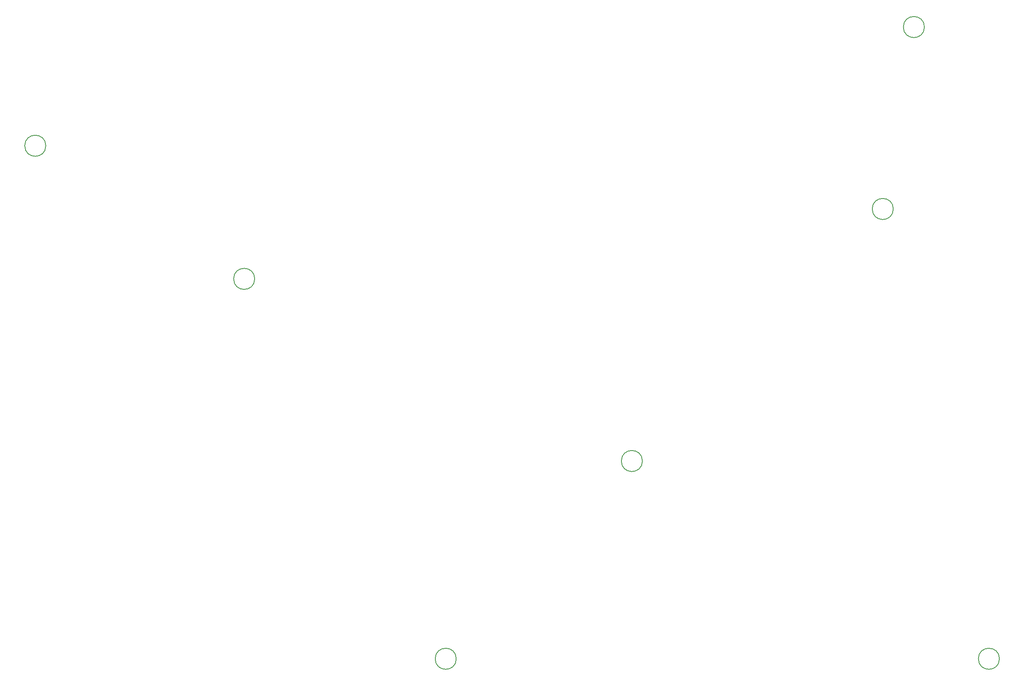
<source format=gbr>
%TF.GenerationSoftware,KiCad,Pcbnew,8.0.4*%
%TF.CreationDate,2024-10-18T15:09:14-05:00*%
%TF.ProjectId,numlocked_right,6e756d6c-6f63-46b6-9564-5f7269676874,rev?*%
%TF.SameCoordinates,Original*%
%TF.FileFunction,Other,Comment*%
%FSLAX46Y46*%
G04 Gerber Fmt 4.6, Leading zero omitted, Abs format (unit mm)*
G04 Created by KiCad (PCBNEW 8.0.4) date 2024-10-18 15:09:14*
%MOMM*%
%LPD*%
G01*
G04 APERTURE LIST*
%ADD10C,0.150000*%
G04 APERTURE END LIST*
D10*
%TO.C,H4*%
X259700000Y-24000000D02*
G75*
G02*
X255300000Y-24000000I-2200000J0D01*
G01*
X255300000Y-24000000D02*
G75*
G02*
X259700000Y-24000000I2200000J0D01*
G01*
%TO.C,H6*%
X253200000Y-62011600D02*
G75*
G02*
X248800000Y-62011600I-2200000J0D01*
G01*
X248800000Y-62011600D02*
G75*
G02*
X253200000Y-62011600I2200000J0D01*
G01*
%TO.C,H1*%
X76200000Y-48804100D02*
G75*
G02*
X71800000Y-48804100I-2200000J0D01*
G01*
X71800000Y-48804100D02*
G75*
G02*
X76200000Y-48804100I2200000J0D01*
G01*
%TO.C,H3*%
X161925000Y-156000000D02*
G75*
G02*
X157525000Y-156000000I-2200000J0D01*
G01*
X157525000Y-156000000D02*
G75*
G02*
X161925000Y-156000000I2200000J0D01*
G01*
%TO.C,H2*%
X275368750Y-156000000D02*
G75*
G02*
X270968750Y-156000000I-2200000J0D01*
G01*
X270968750Y-156000000D02*
G75*
G02*
X275368750Y-156000000I2200000J0D01*
G01*
%TO.C,H5*%
X119825000Y-76616600D02*
G75*
G02*
X115425000Y-76616600I-2200000J0D01*
G01*
X115425000Y-76616600D02*
G75*
G02*
X119825000Y-76616600I2200000J0D01*
G01*
%TO.C,H7*%
X200800000Y-114676600D02*
G75*
G02*
X196400000Y-114676600I-2200000J0D01*
G01*
X196400000Y-114676600D02*
G75*
G02*
X200800000Y-114676600I2200000J0D01*
G01*
%TD*%
M02*

</source>
